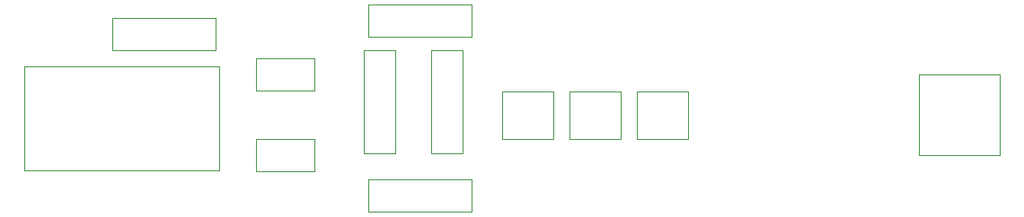
<source format=gbr>
%TF.GenerationSoftware,KiCad,Pcbnew,5.1.6-c6e7f7d~86~ubuntu18.04.1*%
%TF.CreationDate,2020-05-25T18:52:06+02:00*%
%TF.ProjectId,logical-probe-1,6c6f6769-6361-46c2-9d70-726f62652d31,1.0*%
%TF.SameCoordinates,PX3efb0c0PY9157080*%
%TF.FileFunction,Other,User*%
%FSLAX46Y46*%
G04 Gerber Fmt 4.6, Leading zero omitted, Abs format (unit mm)*
G04 Created by KiCad (PCBNEW 5.1.6-c6e7f7d~86~ubuntu18.04.1) date 2020-05-25 18:52:06*
%MOMM*%
%LPD*%
G01*
G04 APERTURE LIST*
%ADD10C,0.050000*%
%ADD11C,0.120000*%
G04 APERTURE END LIST*
D10*
%TO.C,C1*%
X62460000Y15010000D02*
X62460000Y18010000D01*
X62460000Y18010000D02*
X56960000Y18010000D01*
X56960000Y18010000D02*
X56960000Y15010000D01*
X56960000Y15010000D02*
X62460000Y15010000D01*
%TO.C,C2*%
X56920000Y10390000D02*
X56920000Y7390000D01*
X56920000Y7390000D02*
X62420000Y7390000D01*
X62420000Y7390000D02*
X62420000Y10390000D01*
X62420000Y10390000D02*
X56920000Y10390000D01*
%TO.C,D1*%
X80130000Y14950000D02*
X80130000Y10450000D01*
X80130000Y10450000D02*
X84980000Y10450000D01*
X84980000Y10450000D02*
X84980000Y14950000D01*
X84980000Y14950000D02*
X80130000Y14950000D01*
%TO.C,D2*%
X86480000Y14950000D02*
X86480000Y10450000D01*
X86480000Y10450000D02*
X91330000Y10450000D01*
X91330000Y10450000D02*
X91330000Y14950000D01*
X91330000Y14950000D02*
X86480000Y14950000D01*
%TO.C,D3*%
X92830000Y14950000D02*
X92830000Y10450000D01*
X92830000Y10450000D02*
X97680000Y10450000D01*
X97680000Y10450000D02*
X97680000Y14950000D01*
X97680000Y14950000D02*
X92830000Y14950000D01*
D11*
%TO.C,J1*%
X119380000Y16510000D02*
X127000000Y16510000D01*
X127000000Y16510000D02*
X127000000Y8890000D01*
X127000000Y8890000D02*
X119380000Y8890000D01*
X119380000Y8890000D02*
X119380000Y16510000D01*
D10*
%TO.C,R1*%
X43400000Y21820000D02*
X43400000Y18820000D01*
X43400000Y18820000D02*
X53120000Y18820000D01*
X53120000Y18820000D02*
X53120000Y21820000D01*
X53120000Y21820000D02*
X43400000Y21820000D01*
%TO.C,R2*%
X73430000Y9110000D02*
X76430000Y9110000D01*
X76430000Y9110000D02*
X76430000Y18830000D01*
X76430000Y18830000D02*
X73430000Y18830000D01*
X73430000Y18830000D02*
X73430000Y9110000D01*
%TO.C,R3*%
X77250000Y20090000D02*
X77250000Y23090000D01*
X77250000Y23090000D02*
X67530000Y23090000D01*
X67530000Y23090000D02*
X67530000Y20090000D01*
X67530000Y20090000D02*
X77250000Y20090000D01*
%TO.C,R4*%
X67080000Y9110000D02*
X70080000Y9110000D01*
X70080000Y9110000D02*
X70080000Y18830000D01*
X70080000Y18830000D02*
X67080000Y18830000D01*
X67080000Y18830000D02*
X67080000Y9110000D01*
%TO.C,R5*%
X77250000Y3580000D02*
X77250000Y6580000D01*
X77250000Y6580000D02*
X67530000Y6580000D01*
X67530000Y6580000D02*
X67530000Y3580000D01*
X67530000Y3580000D02*
X77250000Y3580000D01*
%TO.C,U1*%
X53475000Y17305000D02*
X35125000Y17305000D01*
X35125000Y17305000D02*
X35125000Y7505000D01*
X35125000Y7505000D02*
X53475000Y7505000D01*
X53475000Y7505000D02*
X53475000Y17305000D01*
%TD*%
M02*

</source>
